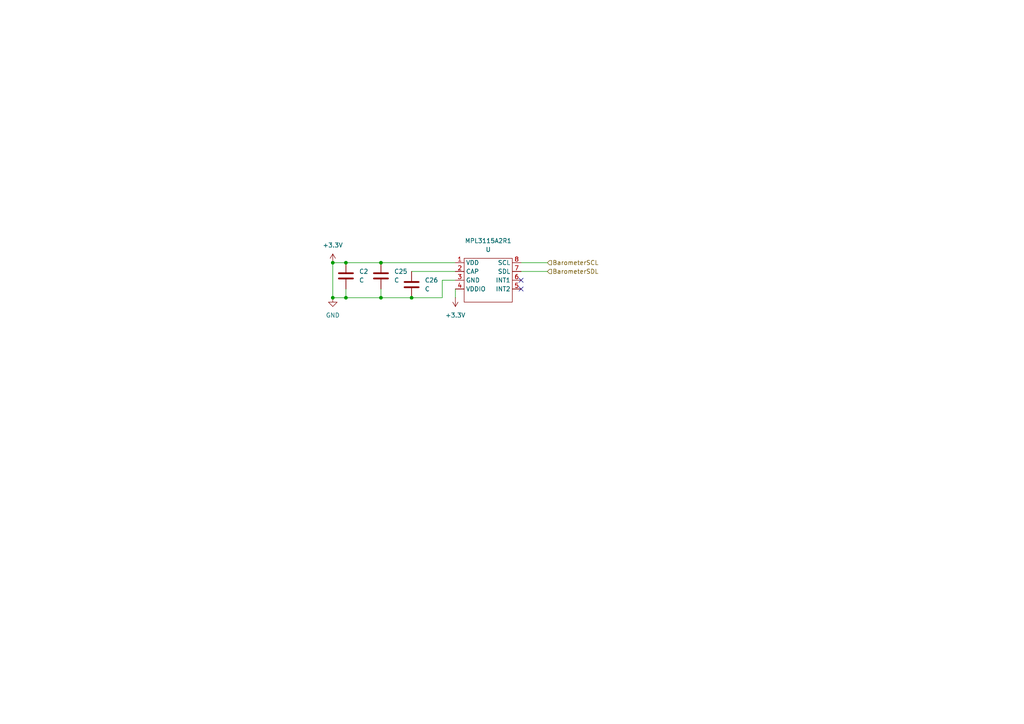
<source format=kicad_sch>
(kicad_sch (version 20250114) (generator "eeschema") (generator_version "9.0")
  (paper "A4")
  (lib_symbols
    (symbol "Device:C" (pin_numbers (hide yes)) (pin_names (offset 0.254))
      (property "Reference" "C" (at 0.635 2.54 0))
      (property "Value" "C" (at 0.635 -2.54 0))
      (symbol "C_0_1"
        (polyline (pts (xy -2.032 0.762) (xy 2.032 0.762)) (stroke (width 0.508)))
        (polyline (pts (xy -2.032 -0.762) (xy 2.032 -0.762)) (stroke (width 0.508)))
      )
      (symbol "C_1_1"
        (pin passive line (at 0 3.81 270) (length 2.794) (name "~") (number "1"))
        (pin passive line (at 0 -3.81 90) (length 2.794) (name "~") (number "2"))
      )
    )
    (symbol "Footprints:MPL3115A2R1"
      (property "Reference" "MPL3115A2R1" (at 4.318 -6.858 0))
      (symbol "MPL3115A2R1_0_1"
        (rectangle (start -2.54 7.62) (end 11.43 -5.08))
      )
      (symbol "MPL3115A2R1_1_1"
        (pin input line (at -5.08 6.35 0) (length 2.54) (name "VDD") (number "1"))
        (pin input line (at -5.08 3.81 0) (length 2.54) (name "CAP") (number "2"))
        (pin input line (at -5.08 1.27 0) (length 2.54) (name "GND") (number "3"))
        (pin input line (at -5.08 -1.27 0) (length 2.54) (name "VDDIO") (number "4"))
        (pin input line (at 13.97 6.35 180) (length 2.54) (name "SCL") (number "8"))
        (pin input line (at 13.97 3.81 180) (length 2.54) (name "SDL") (number "7"))
        (pin input line (at 13.97 1.27 180) (length 2.54) (name "INT1") (number "6"))
        (pin input line (at 13.97 -1.27 180) (length 2.54) (name "INT2") (number "5"))
      )
    )
    (symbol "power:+3.3V" (power) (pin_numbers (hide yes)) (pin_names (offset 0) (hide yes))
      (property "Value" "+3.3V" (at 0 3.556 0))
      (symbol "+3.3V_0_1"
        (polyline (pts (xy -0.762 1.27) (xy 0 2.54)))
        (polyline (pts (xy 0 2.54) (xy 0.762 1.27)))
        (polyline (pts (xy 0 0) (xy 0 2.54)))
      )
      (symbol "+3.3V_1_1"
        (pin power_in line (at 0 0 90) (length 0) (name "~") (number "1"))
      )
    )
    (symbol "power:GND" (power) (pin_numbers (hide yes)) (pin_names (offset 0) (hide yes))
      (property "Value" "GND" (at 0 -3.81 0))
      (symbol "GND_0_1"
        (polyline (pts (xy 0 0) (xy 0 -1.27) (xy 1.27 -1.27) (xy 0 -2.54) (xy -1.27 -1.27) (xy 0 -1.27)))
      )
      (symbol "GND_1_1"
        (pin power_in line (at 0 0 270) (length 0) (name "~") (number "1"))
      )
    )
  )
  (junction (at 96.52 86.36))
  (junction (at 100.33 76.2))
  (junction (at 100.33 86.36))
  (junction (at 110.49 86.36))
  (junction (at 110.49 76.2))
  (junction (at 96.52 76.2))
  (junction (at 119.38 86.36))
  (no_connect (at 151.13 81.28))
  (no_connect (at 151.13 83.82))
  (wire (pts (xy 110.49 76.2) (xy 132.08 76.2)))
  (wire (pts (xy 128.27 86.36) (xy 119.38 86.36)))
  (wire (pts (xy 128.27 81.28) (xy 128.27 86.36)))
  (wire (pts (xy 119.38 78.74) (xy 132.08 78.74)))
  (wire (pts (xy 110.49 83.82) (xy 110.49 86.36)))
  (wire (pts (xy 96.52 76.2) (xy 100.33 76.2)))
  (wire (pts (xy 100.33 76.2) (xy 110.49 76.2)))
  (wire (pts (xy 119.38 86.36) (xy 110.49 86.36)))
  (wire (pts (xy 96.52 86.36) (xy 96.52 76.2)))
  (wire (pts (xy 100.33 86.36) (xy 96.52 86.36)))
  (wire (pts (xy 158.75 76.2) (xy 151.13 76.2)))
  (wire (pts (xy 132.08 81.28) (xy 128.27 81.28)))
  (wire (pts (xy 110.49 86.36) (xy 100.33 86.36)))
  (wire (pts (xy 100.33 83.82) (xy 100.33 86.36)))
  (wire (pts (xy 158.75 78.74) (xy 151.13 78.74)))
  (wire (pts (xy 132.08 86.36) (xy 132.08 83.82)))
  (hierarchical_label "BarometerSCL" (shape input) (at 158.75 76.2 0))
  (hierarchical_label "BarometerSDL" (shape input) (at 158.75 78.74 0))
  (symbol (lib_id "power:GND") (at 96.52 86.36 0) (unit 1)
    (property "Reference" "#PWR071" (effects (hide yes)))
    (property "Value" "GND" (at 96.52 91.44 0))
    (property "Description" "Power symbol creates a global label with name \"GND\" , ground" (effects (hide yes)))
  )
  (symbol (lib_id "Device:C") (at 100.33 80.01 0) (unit 1)
    (property "Reference" "C2" (at 104.14 78.7399 0) (effects (justify left)))
    (property "Value" "C" (at 104.14 81.2799 0) (effects (justify left)))
    (property "Description" "Unpolarized capacitor" (effects (hide yes)))
  )
  (symbol (lib_id "power:+3.3V") (at 96.52 76.2 0) (unit 1)
    (property "Reference" "#PWR072" (effects (hide yes)))
    (property "Value" "+3.3V" (at 96.52 71.12 0))
    (property "Description" "Power symbol creates a global label with name \"+3.3V\"" (effects (hide yes)))
  )
  (symbol (lib_id "Footprints:MPL3115A2R1") (at 137.16 82.55 0) (unit 1)
    (property "Reference" "MPL3115A2R1" (at 141.605 69.85 0))
    (property "Value" "U" (at 141.605 72.39 0))
  )
  (symbol (lib_id "Device:C") (at 110.49 80.01 0) (unit 1)
    (property "Reference" "C25" (at 114.3 78.7399 0) (effects (justify left)))
    (property "Value" "C" (at 114.3 81.2799 0) (effects (justify left)))
    (property "Description" "Unpolarized capacitor" (effects (hide yes)))
  )
  (symbol (lib_id "power:+3.3V") (at 132.08 86.36 180) (unit 1)
    (property "Reference" "#PWR073" (effects (hide yes)))
    (property "Value" "+3.3V" (at 132.08 91.44 0))
    (property "Description" "Power symbol creates a global label with name \"+3.3V\"" (effects (hide yes)))
  )
  (symbol (lib_id "Device:C") (at 119.38 82.55 0) (unit 1)
    (property "Reference" "C26" (at 123.19 81.2799 0) (effects (justify left)))
    (property "Value" "C" (at 123.19 83.8199 0) (effects (justify left)))
    (property "Description" "Unpolarized capacitor" (effects (hide yes)))
  )
)
</source>
